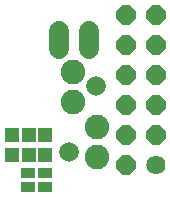
<source format=gts>
G75*
G70*
%OFA0B0*%
%FSLAX24Y24*%
%IPPOS*%
%LPD*%
%AMOC8*
5,1,8,0,0,1.08239X$1,22.5*
%
%ADD10C,0.0820*%
%ADD11C,0.0640*%
%ADD12OC8,0.0640*%
%ADD13R,0.0513X0.0474*%
%ADD14C,0.0680*%
%ADD15R,0.0474X0.0356*%
%ADD16C,0.0656*%
D10*
X003414Y003800D03*
X003414Y004800D03*
X004204Y002960D03*
X004204Y001960D03*
D11*
X006174Y001680D03*
D12*
X006174Y002680D03*
X006174Y003680D03*
X006174Y004680D03*
X006174Y005680D03*
X006174Y006680D03*
X005174Y006680D03*
X005174Y005680D03*
X005174Y004680D03*
X005174Y003680D03*
X005174Y002680D03*
X005174Y001680D03*
D13*
X001365Y002025D03*
X001365Y002694D03*
X001933Y002685D03*
X001933Y002015D03*
X002476Y002015D03*
X002476Y002685D03*
D14*
X002934Y005560D02*
X002934Y006160D01*
X003934Y006160D02*
X003934Y005560D01*
D15*
X002473Y001428D03*
X002473Y000956D03*
X001921Y000956D03*
X001921Y001428D03*
D16*
X003284Y002130D03*
X004174Y004310D03*
M02*

</source>
